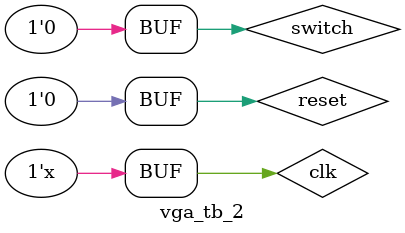
<source format=sv>
`timescale 1 ps / 1 ps

module vga_tb_2();

	logic clk = 0;
	logic vga_clk;
	logic Hsync;
	logic Vsync;
	logic VGA_Sync;
	logic VGA_Blank;
	logic [7:0] Red;
	logic [7:0] Green;
	logic [7:0] Blue;
	logic [15:0] readAddress, posoffset;
	logic rst;
	logic hold;
	logic switch = 0;
	logic [15:0] count;
	logic [7:0] pixelValue, newData;
	logic reset = 0;
	
	vga_ram_block block (.clk(clk), .vga_clk(vga_clk), .hsync(Hsync), .vsync(Vsync), .switch(switch),
	.pixelValue(pixelValue), .newData(newData), .sync_b(VGA_Sync), .blank_b(VGA_Blank),
	.readAddress(readAddress));
	
	always #5 clk = ~clk;
	
endmodule
	
</source>
